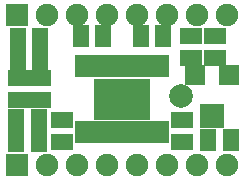
<source format=gts>
G04 (created by PCBNEW-RS274X (2012-01-19 BZR 3256)-stable) date 03/01/2013 14:51:54*
G01*
G70*
G90*
%MOIN*%
G04 Gerber Fmt 3.4, Leading zero omitted, Abs format*
%FSLAX34Y34*%
G04 APERTURE LIST*
%ADD10C,0.006000*%
%ADD11R,0.083000X0.079100*%
%ADD12R,0.067200X0.067200*%
%ADD13R,0.075000X0.055000*%
%ADD14R,0.055000X0.075000*%
%ADD15R,0.075000X0.075000*%
%ADD16C,0.075000*%
%ADD17R,0.077100X0.079100*%
%ADD18R,0.036500X0.077900*%
%ADD19C,0.079100*%
G04 APERTURE END LIST*
G54D10*
G54D11*
X07000Y02150D03*
G54D12*
X07571Y03528D03*
X06429Y03528D03*
G54D13*
X06000Y02025D03*
X06000Y01275D03*
G54D14*
X03375Y04800D03*
X02625Y04800D03*
X04625Y04800D03*
X05375Y04800D03*
X00475Y01300D03*
X01225Y01300D03*
G54D13*
X00550Y03425D03*
X00550Y02675D03*
G54D14*
X07625Y01350D03*
X06875Y01350D03*
G54D13*
X07100Y04825D03*
X07100Y04075D03*
X01250Y02675D03*
X01250Y03425D03*
G54D14*
X00525Y04050D03*
X01275Y04050D03*
G54D13*
X02000Y02025D03*
X02000Y01275D03*
X06300Y04825D03*
X06300Y04075D03*
G54D14*
X00525Y04700D03*
X01275Y04700D03*
X01225Y02000D03*
X00475Y02000D03*
G54D15*
X00500Y05500D03*
G54D16*
X01500Y05500D03*
X02500Y05500D03*
X03500Y05500D03*
X04500Y05500D03*
X05500Y05500D03*
X06500Y05500D03*
X07500Y05500D03*
G54D15*
X00500Y00500D03*
G54D16*
X01500Y00500D03*
X02500Y00500D03*
X03500Y00500D03*
X04500Y00500D03*
X05500Y00500D03*
X06500Y00500D03*
X07500Y00500D03*
G54D17*
X04571Y02404D03*
X04000Y02404D03*
X03429Y02404D03*
X03429Y02995D03*
G54D18*
X03872Y01598D03*
X04128Y01598D03*
X04384Y01598D03*
X04640Y01598D03*
X03108Y03800D03*
X03104Y01598D03*
X03360Y01598D03*
X03616Y01598D03*
X04896Y03802D03*
X04640Y03802D03*
X04384Y03802D03*
X04128Y03802D03*
X03872Y03802D03*
X03616Y03802D03*
X04896Y01598D03*
X03360Y03800D03*
X02848Y01598D03*
X05152Y01598D03*
X05152Y03802D03*
X02848Y03802D03*
X02593Y01598D03*
X05407Y01598D03*
X05407Y03802D03*
X02593Y03802D03*
G54D17*
X04000Y02995D03*
X04571Y02995D03*
G54D19*
X05975Y02800D03*
M02*

</source>
